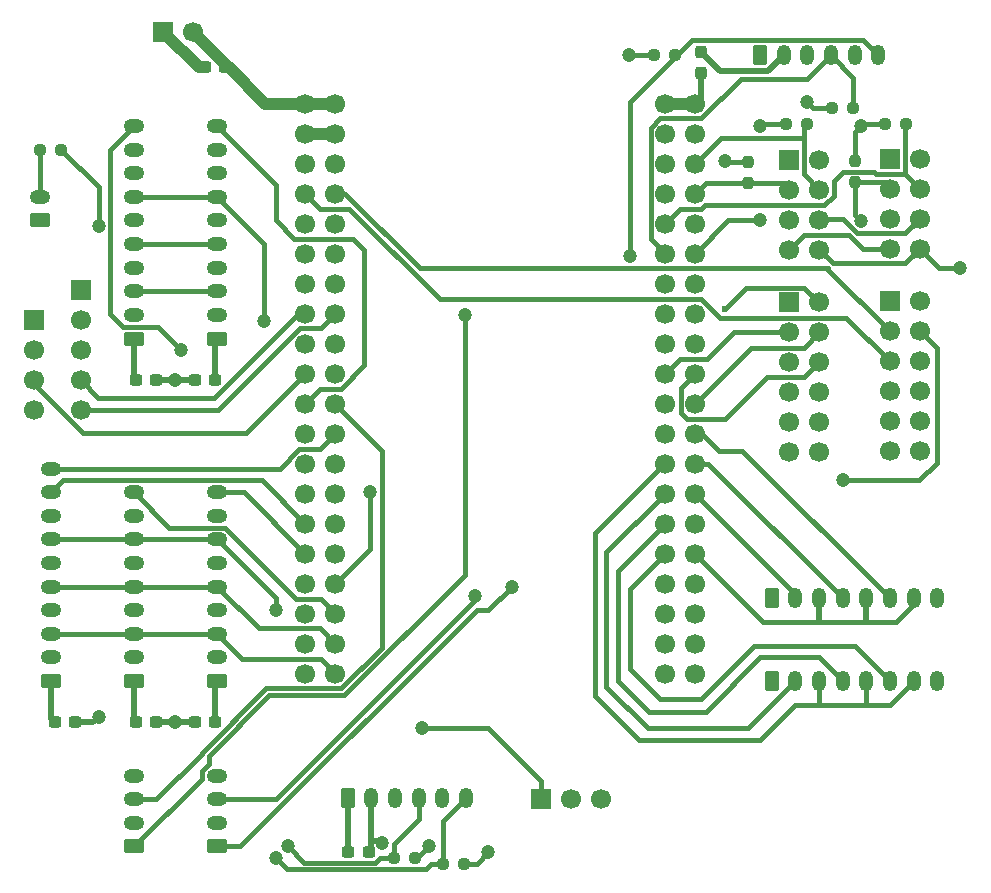
<source format=gbr>
%TF.GenerationSoftware,KiCad,Pcbnew,9.0.2*%
%TF.CreationDate,2025-07-05T12:49:50-04:00*%
%TF.ProjectId,Mainboard H7,4d61696e-626f-4617-9264-2048372e6b69,rev?*%
%TF.SameCoordinates,Original*%
%TF.FileFunction,Copper,L1,Top*%
%TF.FilePolarity,Positive*%
%FSLAX46Y46*%
G04 Gerber Fmt 4.6, Leading zero omitted, Abs format (unit mm)*
G04 Created by KiCad (PCBNEW 9.0.2) date 2025-07-05 12:49:50*
%MOMM*%
%LPD*%
G01*
G04 APERTURE LIST*
G04 Aperture macros list*
%AMRoundRect*
0 Rectangle with rounded corners*
0 $1 Rounding radius*
0 $2 $3 $4 $5 $6 $7 $8 $9 X,Y pos of 4 corners*
0 Add a 4 corners polygon primitive as box body*
4,1,4,$2,$3,$4,$5,$6,$7,$8,$9,$2,$3,0*
0 Add four circle primitives for the rounded corners*
1,1,$1+$1,$2,$3*
1,1,$1+$1,$4,$5*
1,1,$1+$1,$6,$7*
1,1,$1+$1,$8,$9*
0 Add four rect primitives between the rounded corners*
20,1,$1+$1,$2,$3,$4,$5,0*
20,1,$1+$1,$4,$5,$6,$7,0*
20,1,$1+$1,$6,$7,$8,$9,0*
20,1,$1+$1,$8,$9,$2,$3,0*%
G04 Aperture macros list end*
%TA.AperFunction,ComponentPad*%
%ADD10C,1.700000*%
%TD*%
%TA.AperFunction,SMDPad,CuDef*%
%ADD11RoundRect,0.237500X-0.237500X0.250000X-0.237500X-0.250000X0.237500X-0.250000X0.237500X0.250000X0*%
%TD*%
%TA.AperFunction,ComponentPad*%
%ADD12RoundRect,0.250000X0.625000X-0.350000X0.625000X0.350000X-0.625000X0.350000X-0.625000X-0.350000X0*%
%TD*%
%TA.AperFunction,ComponentPad*%
%ADD13O,1.750000X1.200000*%
%TD*%
%TA.AperFunction,ComponentPad*%
%ADD14RoundRect,0.250000X-0.350000X-0.625000X0.350000X-0.625000X0.350000X0.625000X-0.350000X0.625000X0*%
%TD*%
%TA.AperFunction,ComponentPad*%
%ADD15O,1.200000X1.750000*%
%TD*%
%TA.AperFunction,ComponentPad*%
%ADD16R,1.700000X1.700000*%
%TD*%
%TA.AperFunction,SMDPad,CuDef*%
%ADD17RoundRect,0.237500X0.300000X0.237500X-0.300000X0.237500X-0.300000X-0.237500X0.300000X-0.237500X0*%
%TD*%
%TA.AperFunction,SMDPad,CuDef*%
%ADD18RoundRect,0.237500X-0.250000X-0.237500X0.250000X-0.237500X0.250000X0.237500X-0.250000X0.237500X0*%
%TD*%
%TA.AperFunction,SMDPad,CuDef*%
%ADD19RoundRect,0.237500X-0.300000X-0.237500X0.300000X-0.237500X0.300000X0.237500X-0.300000X0.237500X0*%
%TD*%
%TA.AperFunction,SMDPad,CuDef*%
%ADD20RoundRect,0.237500X0.250000X0.237500X-0.250000X0.237500X-0.250000X-0.237500X0.250000X-0.237500X0*%
%TD*%
%TA.AperFunction,SMDPad,CuDef*%
%ADD21RoundRect,0.237500X-0.237500X0.300000X-0.237500X-0.300000X0.237500X-0.300000X0.237500X0.300000X0*%
%TD*%
%TA.AperFunction,ViaPad*%
%ADD22C,1.200000*%
%TD*%
%TA.AperFunction,ViaPad*%
%ADD23C,0.600000*%
%TD*%
%TA.AperFunction,Conductor*%
%ADD24C,0.381000*%
%TD*%
%TA.AperFunction,Conductor*%
%ADD25C,0.508000*%
%TD*%
%TA.AperFunction,Conductor*%
%ADD26C,1.000000*%
%TD*%
G04 APERTURE END LIST*
D10*
%TO.P,U1,L1,5V*%
%TO.N,+5V*%
X133490000Y-69120000D03*
%TO.P,U1,L2,5V*%
X136030000Y-69120000D03*
%TO.P,U1,L3,3V3*%
%TO.N,+3V3*%
X133490000Y-71660000D03*
%TO.P,U1,L4,3V3*%
X136030000Y-71660000D03*
%TO.P,U1,L5,PA11*%
%TO.N,unconnected-(U1A-PA11-PadL5)*%
X133490000Y-74200000D03*
%TO.P,U1,L6,PA12*%
%TO.N,unconnected-(U1A-PA12-PadL6)*%
X136030000Y-74200000D03*
%TO.P,U1,L7,PC7*%
%TO.N,M2_INHB*%
X133490000Y-76740000D03*
%TO.P,U1,L8,PC6*%
%TO.N,M2_INHA*%
X136030000Y-76740000D03*
%TO.P,U1,L9,PA10*%
%TO.N,unconnected-(U1A-PA10-PadL9)*%
X133490000Y-79280000D03*
%TO.P,U1,L10,PA9*%
%TO.N,unconnected-(U1A-PA9-PadL10)*%
X136030000Y-79280000D03*
%TO.P,U1,L11,PC2*%
%TO.N,SPI2_MISO*%
X133490000Y-81820000D03*
%TO.P,U1,L12,PC3*%
%TO.N,ADC1_NCS*%
X136030000Y-81820000D03*
%TO.P,U1,L13,PC0*%
%TO.N,E_STOP*%
X133490000Y-84360000D03*
%TO.P,U1,L14,PC1*%
%TO.N,SPI2_MOSI*%
X136030000Y-84360000D03*
%TO.P,U1,L15,PD0*%
%TO.N,CAN_RX*%
X133490000Y-86900000D03*
%TO.P,U1,L16,PD1*%
%TO.N,CAN_TX*%
X136030000Y-86900000D03*
%TO.P,U1,L17,PD3*%
%TO.N,SPI2_SCK*%
X133490000Y-89440000D03*
%TO.P,U1,L18,PD4*%
%TO.N,ADC1_DRDY*%
X136030000Y-89440000D03*
%TO.P,U1,L19,PD5*%
%TO.N,USART_TX*%
X133490000Y-91980000D03*
%TO.P,U1,L20,PD6*%
%TO.N,USART_RX*%
X136030000Y-91980000D03*
%TO.P,U1,L21,PD7*%
%TO.N,ADC2_DRDY*%
X133490000Y-94520000D03*
%TO.P,U1,L22,PB3*%
%TO.N,E1_B*%
X136030000Y-94520000D03*
%TO.P,U1,L23,PB4*%
%TO.N,unconnected-(U1A-PB4-PadL23)*%
X133490000Y-97060000D03*
%TO.P,U1,L24,PB5*%
%TO.N,AUX_INT*%
X136030000Y-97060000D03*
%TO.P,U1,L25,PB7*%
%TO.N,I2C1_SDA*%
X133490000Y-99600000D03*
%TO.P,U1,L26,PB8*%
%TO.N,I2C1_SCL*%
X136030000Y-99600000D03*
%TO.P,U1,L27,PB9*%
%TO.N,unconnected-(U1A-PB9-PadL27)*%
X133490000Y-102140000D03*
%TO.P,U1,L28,PE0*%
%TO.N,ADC2_NCS*%
X136030000Y-102140000D03*
%TO.P,U1,L29,PE1*%
%TO.N,AUX_NCS*%
X133490000Y-104680000D03*
%TO.P,U1,L30,PA8*%
%TO.N,unconnected-(U1A-PA8-PadL30)*%
X136030000Y-104680000D03*
%TO.P,U1,L31,PE5*%
%TO.N,E2_NCS*%
X133490000Y-107220000D03*
%TO.P,U1,L32,PE6*%
%TO.N,M1_DRIVER_NCS*%
X136030000Y-107220000D03*
%TO.P,U1,L33,PE4*%
%TO.N,M2_DRIVER_EN*%
X133490000Y-109760000D03*
%TO.P,U1,L34,PE3*%
%TO.N,M2_DRIVER_NCS*%
X136030000Y-109760000D03*
%TO.P,U1,L35,PC8*%
%TO.N,M2_INHC*%
X133490000Y-112300000D03*
%TO.P,U1,L36,PC9*%
%TO.N,E1_NCS*%
X136030000Y-112300000D03*
%TO.P,U1,L37,PC10*%
%TO.N,SPI3_SCK*%
X133490000Y-114840000D03*
%TO.P,U1,L38,PC11*%
%TO.N,SPI3_MISO*%
X136030000Y-114840000D03*
%TO.P,U1,L39,PD2*%
%TO.N,PROBE_OUT*%
X133490000Y-117380000D03*
%TO.P,U1,L40,PC12*%
%TO.N,SPI3_MOSI*%
X136030000Y-117380000D03*
%TO.P,U1,R1,GND*%
%TO.N,GND*%
X163970000Y-69120000D03*
%TO.P,U1,R2,GND*%
X166510000Y-69120000D03*
%TO.P,U1,R3,PD14*%
%TO.N,unconnected-(U1B-PD14-PadR3)*%
X163970000Y-71660000D03*
%TO.P,U1,R4,PA15*%
%TO.N,E1_A*%
X166510000Y-71660000D03*
%TO.P,U1,R5,PD9*%
%TO.N,unconnected-(U1B-PD9-PadR5)*%
X163970000Y-74200000D03*
%TO.P,U1,R6,PD10*%
%TO.N,M1_nFAULT*%
X166510000Y-74200000D03*
%TO.P,U1,R7,PB15*%
%TO.N,M2_INLC*%
X163970000Y-76740000D03*
%TO.P,U1,R8,PD8*%
%TO.N,M1_nOCTW*%
X166510000Y-76740000D03*
%TO.P,U1,R9,PB13*%
%TO.N,M2_nFAULT*%
X163970000Y-79280000D03*
%TO.P,U1,R10,PB14*%
%TO.N,unconnected-(U1B-PB14-PadR10)*%
X166510000Y-79280000D03*
%TO.P,U1,R11,PB11*%
%TO.N,I2C2_SDA*%
X163970000Y-81820000D03*
%TO.P,U1,R12,PB12*%
%TO.N,M2_nOCTW*%
X166510000Y-81820000D03*
%TO.P,U1,R13,VBAT*%
%TO.N,unconnected-(U1B-VBAT-PadR13)*%
X163970000Y-84360000D03*
%TO.P,U1,R14,PB10*%
%TO.N,I2C2_SCL*%
X166510000Y-84360000D03*
%TO.P,U1,R15,PE13*%
%TO.N,M1_INHC*%
X163970000Y-86900000D03*
%TO.P,U1,R16,PE14*%
%TO.N,M1_DRIVER_EN*%
X166510000Y-86900000D03*
%TO.P,U1,R17,PE11*%
%TO.N,M1_INHB*%
X163970000Y-89440000D03*
%TO.P,U1,R18,PE12*%
%TO.N,M1_INLC*%
X166510000Y-89440000D03*
%TO.P,U1,R19,PE9*%
%TO.N,M1_INHA*%
X163970000Y-91980000D03*
%TO.P,U1,R20,PE10*%
%TO.N,M1_INLB*%
X166510000Y-91980000D03*
%TO.P,U1,R21,PE7*%
%TO.N,unconnected-(U1B-PE7-PadR21)*%
X163970000Y-94520000D03*
%TO.P,U1,R22,PE8*%
%TO.N,M1_INLA*%
X166510000Y-94520000D03*
%TO.P,U1,R23,PB0*%
%TO.N,M2_INLB*%
X163970000Y-97060000D03*
%TO.P,U1,R24,PB1*%
%TO.N,M2_IOutC*%
X166510000Y-97060000D03*
%TO.P,U1,R25,PC4*%
%TO.N,M1_IRef*%
X163970000Y-99600000D03*
%TO.P,U1,R26,PC5*%
%TO.N,M2_IOutB*%
X166510000Y-99600000D03*
%TO.P,U1,R27,PA6*%
%TO.N,M1_IOutA*%
X163970000Y-102140000D03*
%TO.P,U1,R28,PA7*%
%TO.N,M2_IOutA*%
X166510000Y-102140000D03*
%TO.P,U1,R29,PA4*%
%TO.N,M1_IOutB*%
X163970000Y-104680000D03*
%TO.P,U1,R30,PA5*%
%TO.N,M2_INLA*%
X166510000Y-104680000D03*
%TO.P,U1,R31,PA2*%
%TO.N,M1_IOutC*%
X163970000Y-107220000D03*
%TO.P,U1,R32,PA3*%
%TO.N,M2_IRef*%
X166510000Y-107220000D03*
%TO.P,U1,R33,PA0*%
%TO.N,E2_A*%
X163970000Y-109760000D03*
%TO.P,U1,R34,PA1*%
%TO.N,E2_B*%
X166510000Y-109760000D03*
%TO.P,U1,R35,PB2*%
%TO.N,unconnected-(U1B-PB2-PadR35)*%
X163970000Y-112300000D03*
%TO.P,U1,R36,PD13*%
%TO.N,unconnected-(U1B-PD13-PadR36)*%
X166510000Y-112300000D03*
%TO.P,U1,R37,PB6*%
%TO.N,unconnected-(U1B-PB6-PadR37)*%
X163970000Y-114840000D03*
%TO.P,U1,R38,PD11*%
%TO.N,unconnected-(U1B-PD11-PadR38)*%
X166510000Y-114840000D03*
%TO.P,U1,R39,PE2*%
%TO.N,unconnected-(U1B-PE2-PadR39)*%
X163970000Y-117380000D03*
%TO.P,U1,R40,PD12*%
%TO.N,unconnected-(U1B-PD12-PadR40)*%
X166510000Y-117380000D03*
%TD*%
D11*
%TO.P,R1,2*%
%TO.N,M1_nOCTW*%
X171000000Y-75840000D03*
%TO.P,R1,1*%
%TO.N,+3V3*%
X171000000Y-74015000D03*
%TD*%
D12*
%TO.P,J12,1,Pin_1*%
%TO.N,+3V3*%
X119000000Y-89000000D03*
D13*
%TO.P,J12,2,Pin_2*%
%TO.N,GND*%
X119000000Y-87000000D03*
%TO.P,J12,3,Pin_3*%
%TO.N,SPI2_MOSI*%
X119000000Y-85000000D03*
%TO.P,J12,4,Pin_4*%
%TO.N,GND*%
X119000000Y-83000000D03*
%TO.P,J12,5,Pin_5*%
%TO.N,SPI2_MISO*%
X119000000Y-81000000D03*
%TO.P,J12,6,Pin_6*%
%TO.N,GND*%
X119000000Y-79000000D03*
%TO.P,J12,7,Pin_7*%
%TO.N,SPI2_SCK*%
X119000000Y-77000000D03*
%TO.P,J12,8,Pin_8*%
%TO.N,GND*%
X119000000Y-75000000D03*
%TO.P,J12,9,Pin_9*%
%TO.N,ADC1_NCS*%
X119000000Y-73000000D03*
%TO.P,J12,10,Pin_10*%
%TO.N,ADC1_DRDY*%
X119000000Y-71000000D03*
%TD*%
D14*
%TO.P,J7,1,Pin_1*%
%TO.N,GND*%
X137100195Y-127899805D03*
D15*
%TO.P,J7,2,Pin_2*%
%TO.N,+3V3*%
X139100195Y-127899805D03*
%TO.P,J7,3,Pin_3*%
%TO.N,GND*%
X141100195Y-127899805D03*
%TO.P,J7,4,Pin_4*%
%TO.N,I2C1_SDA*%
X143100195Y-127899805D03*
%TO.P,J7,5,Pin_5*%
%TO.N,GND*%
X145100195Y-127899805D03*
%TO.P,J7,6,Pin_6*%
%TO.N,I2C1_SCL*%
X147100195Y-127899805D03*
%TD*%
D16*
%TO.P,J18,1,Pin_1*%
%TO.N,GND*%
X121460000Y-63000000D03*
D10*
%TO.P,J18,2,Pin_2*%
%TO.N,+5V*%
X124000000Y-63000000D03*
%TD*%
D16*
%TO.P,J17,1,Pin_1*%
%TO.N,unconnected-(J17-Pin_1-Pad1)*%
X110500000Y-87460000D03*
D10*
%TO.P,J17,2,Pin_2*%
%TO.N,GND*%
X110500000Y-90000000D03*
%TO.P,J17,3,Pin_3*%
%TO.N,USART_TX*%
X110500000Y-92540000D03*
%TO.P,J17,4,Pin_4*%
%TO.N,USART_RX*%
X110500000Y-95080000D03*
%TD*%
D17*
%TO.P,C1,1*%
%TO.N,+3V3*%
X138862500Y-132500000D03*
%TO.P,C1,2*%
%TO.N,GND*%
X137137500Y-132500000D03*
%TD*%
D18*
%TO.P,R7,1*%
%TO.N,+3V3*%
X163000000Y-65000000D03*
%TO.P,R7,2*%
%TO.N,I2C2_SCL*%
X164825000Y-65000000D03*
%TD*%
D12*
%TO.P,J9,1,Pin_1*%
%TO.N,+3V3*%
X119000000Y-118000000D03*
D13*
%TO.P,J9,2,Pin_2*%
%TO.N,GND*%
X119000000Y-116000000D03*
%TO.P,J9,3,Pin_3*%
%TO.N,SPI3_MOSI*%
X119000000Y-114000000D03*
%TO.P,J9,4,Pin_4*%
%TO.N,GND*%
X119000000Y-112000000D03*
%TO.P,J9,5,Pin_5*%
%TO.N,SPI3_MISO*%
X119000000Y-110000000D03*
%TO.P,J9,6,Pin_6*%
%TO.N,GND*%
X119000000Y-108000000D03*
%TO.P,J9,7,Pin_7*%
%TO.N,SPI3_SCK*%
X119000000Y-106000000D03*
%TO.P,J9,8,Pin_8*%
%TO.N,GND*%
X119000000Y-104000000D03*
%TO.P,J9,9,Pin_9*%
%TO.N,E1_NCS*%
X119000000Y-102000000D03*
%TD*%
D16*
%TO.P,J6,1,Pin_1*%
%TO.N,unconnected-(J6-Pin_1-Pad1)*%
X183003750Y-85840000D03*
D10*
%TO.P,J6,2,Pin_2*%
%TO.N,M2_DRIVER_EN*%
X185543750Y-85840000D03*
%TO.P,J6,3,Pin_3*%
%TO.N,M2_INHA*%
X183003750Y-88380000D03*
%TO.P,J6,4,Pin_4*%
%TO.N,M2_INLA*%
X185543750Y-88380000D03*
%TO.P,J6,5,Pin_5*%
%TO.N,M2_INHB*%
X183003750Y-90920000D03*
%TO.P,J6,6,Pin_6*%
%TO.N,M2_INLB*%
X185543750Y-90920000D03*
%TO.P,J6,7,Pin_7*%
%TO.N,M2_INHC*%
X183003750Y-93460000D03*
%TO.P,J6,8,Pin_8*%
%TO.N,M2_INLC*%
X185543750Y-93460000D03*
%TO.P,J6,9,Pin_9*%
%TO.N,GND*%
X183003750Y-96000000D03*
%TO.P,J6,10,Pin_10*%
X185543750Y-96000000D03*
%TO.P,J6,11,Pin_11*%
X183003750Y-98540000D03*
%TO.P,J6,12,Pin_12*%
X185543750Y-98540000D03*
%TD*%
D18*
%TO.P,R8,1*%
%TO.N,+3V3*%
X178087500Y-69500000D03*
%TO.P,R8,2*%
%TO.N,I2C2_SDA*%
X179912500Y-69500000D03*
%TD*%
D16*
%TO.P,J3,1,Pin_1*%
%TO.N,GND*%
X174460000Y-73840000D03*
D10*
%TO.P,J3,2,Pin_2*%
%TO.N,unconnected-(J3-Pin_2-Pad2)*%
X177000000Y-73840000D03*
%TO.P,J3,3,Pin_3*%
%TO.N,M1_nOCTW*%
X174460000Y-76380000D03*
%TO.P,J3,4,Pin_4*%
%TO.N,M1_nFAULT*%
X177000000Y-76380000D03*
%TO.P,J3,5,Pin_5*%
%TO.N,M1_DRIVER_NCS*%
X174460000Y-78920000D03*
%TO.P,J3,6,Pin_6*%
%TO.N,SPI3_MOSI*%
X177000000Y-78920000D03*
%TO.P,J3,7,Pin_7*%
%TO.N,SPI3_MISO*%
X174460000Y-81460000D03*
%TO.P,J3,8,Pin_8*%
%TO.N,SPI3_SCK*%
X177000000Y-81460000D03*
%TD*%
D17*
%TO.P,C8,1*%
%TO.N,+5V*%
X126725000Y-66000000D03*
%TO.P,C8,2*%
%TO.N,GND*%
X125000000Y-66000000D03*
%TD*%
D19*
%TO.P,C2,1*%
%TO.N,+3V3*%
X119137500Y-92500000D03*
%TO.P,C2,2*%
%TO.N,GND*%
X120862500Y-92500000D03*
%TD*%
D14*
%TO.P,J15,1,Pin_1*%
%TO.N,GND*%
X173000000Y-111000000D03*
D15*
%TO.P,J15,2,Pin_2*%
%TO.N,M2_IOutA*%
X175000000Y-111000000D03*
%TO.P,J15,3,Pin_3*%
%TO.N,M2_IRef*%
X177000000Y-111000000D03*
%TO.P,J15,4,Pin_4*%
%TO.N,M2_IOutB*%
X179000000Y-111000000D03*
%TO.P,J15,5,Pin_5*%
%TO.N,M2_IRef*%
X181000000Y-111000000D03*
%TO.P,J15,6,Pin_6*%
%TO.N,M2_IOutC*%
X183000000Y-111000000D03*
%TO.P,J15,7,Pin_7*%
%TO.N,M2_IRef*%
X185000000Y-111000000D03*
%TO.P,J15,8,Pin_8*%
%TO.N,GND*%
X187000000Y-111000000D03*
%TD*%
D18*
%TO.P,R4,1*%
%TO.N,+3V3*%
X182543750Y-70840000D03*
%TO.P,R4,2*%
%TO.N,M2_nFAULT*%
X184368750Y-70840000D03*
%TD*%
D14*
%TO.P,J14,1,Pin_1*%
%TO.N,GND*%
X173000000Y-118000000D03*
D15*
%TO.P,J14,2,Pin_2*%
%TO.N,M1_IOutA*%
X175000000Y-118000000D03*
%TO.P,J14,3,Pin_3*%
%TO.N,M1_IRef*%
X177000000Y-118000000D03*
%TO.P,J14,4,Pin_4*%
%TO.N,M1_IOutB*%
X179000000Y-118000000D03*
%TO.P,J14,5,Pin_5*%
%TO.N,M1_IRef*%
X181000000Y-118000000D03*
%TO.P,J14,6,Pin_6*%
%TO.N,M1_IOutC*%
X183000000Y-118000000D03*
%TO.P,J14,7,Pin_7*%
%TO.N,M1_IRef*%
X185000000Y-118000000D03*
%TO.P,J14,8,Pin_8*%
%TO.N,GND*%
X187000000Y-118000000D03*
%TD*%
D16*
%TO.P,J4,1,Pin_1*%
%TO.N,unconnected-(J4-Pin_1-Pad1)*%
X174460000Y-85920000D03*
D10*
%TO.P,J4,2,Pin_2*%
%TO.N,M1_DRIVER_EN*%
X177000000Y-85920000D03*
%TO.P,J4,3,Pin_3*%
%TO.N,M1_INHA*%
X174460000Y-88460000D03*
%TO.P,J4,4,Pin_4*%
%TO.N,M1_INLA*%
X177000000Y-88460000D03*
%TO.P,J4,5,Pin_5*%
%TO.N,M1_INHB*%
X174460000Y-91000000D03*
%TO.P,J4,6,Pin_6*%
%TO.N,M1_INLB*%
X177000000Y-91000000D03*
%TO.P,J4,7,Pin_7*%
%TO.N,M1_INHC*%
X174460000Y-93540000D03*
%TO.P,J4,8,Pin_8*%
%TO.N,M1_INLC*%
X177000000Y-93540000D03*
%TO.P,J4,9,Pin_9*%
%TO.N,GND*%
X174460000Y-96080000D03*
%TO.P,J4,10,Pin_10*%
X177000000Y-96080000D03*
%TO.P,J4,11,Pin_11*%
X174460000Y-98620000D03*
%TO.P,J4,12,Pin_12*%
X177000000Y-98620000D03*
%TD*%
D12*
%TO.P,SW1,1,1*%
%TO.N,GND*%
X111000000Y-79000000D03*
D13*
%TO.P,SW1,2,2*%
%TO.N,Net-(R9-Pad2)*%
X111000000Y-77000000D03*
%TD*%
D20*
%TO.P,R5,1*%
%TO.N,+3V3*%
X146956250Y-133500000D03*
%TO.P,R5,2*%
%TO.N,I2C1_SCL*%
X145131250Y-133500000D03*
%TD*%
D14*
%TO.P,J8,1,Pin_1*%
%TO.N,GND*%
X172000000Y-65000000D03*
D15*
%TO.P,J8,2,Pin_2*%
%TO.N,+3V3*%
X174000000Y-65000000D03*
%TO.P,J8,3,Pin_3*%
%TO.N,GND*%
X176000000Y-65000000D03*
%TO.P,J8,4,Pin_4*%
%TO.N,I2C2_SDA*%
X178000000Y-65000000D03*
%TO.P,J8,5,Pin_5*%
%TO.N,GND*%
X180000000Y-65000000D03*
%TO.P,J8,6,Pin_6*%
%TO.N,I2C2_SCL*%
X182000000Y-65000000D03*
%TD*%
D11*
%TO.P,R3,1*%
%TO.N,+3V3*%
X180000000Y-73927500D03*
%TO.P,R3,2*%
%TO.N,M2_nOCTW*%
X180000000Y-75752500D03*
%TD*%
D17*
%TO.P,C5,1*%
%TO.N,+3V3*%
X125862500Y-121500000D03*
%TO.P,C5,2*%
%TO.N,GND*%
X124137500Y-121500000D03*
%TD*%
D16*
%TO.P,J19,1,Pin_1*%
%TO.N,+3V3*%
X114500000Y-84920000D03*
D10*
%TO.P,J19,2,Pin_2*%
%TO.N,unconnected-(J19-Pin_2-Pad2)*%
X114500000Y-87460000D03*
%TO.P,J19,3,Pin_3*%
%TO.N,GND*%
X114500000Y-90000000D03*
%TO.P,J19,4,Pin_4*%
%TO.N,CAN_RX*%
X114500000Y-92540000D03*
%TO.P,J19,5,Pin_5*%
%TO.N,CAN_TX*%
X114500000Y-95080000D03*
%TD*%
D12*
%TO.P,J2,1,Pin_1*%
%TO.N,E1_A*%
X119000000Y-132000000D03*
D13*
%TO.P,J2,2,Pin_2*%
%TO.N,GND*%
X119000000Y-130000000D03*
%TO.P,J2,3,Pin_3*%
%TO.N,E1_B*%
X119000000Y-128000000D03*
%TO.P,J2,4,Pin_4*%
%TO.N,GND*%
X119000000Y-126000000D03*
%TD*%
D20*
%TO.P,R6,1*%
%TO.N,+3V3*%
X142825000Y-133000000D03*
%TO.P,R6,2*%
%TO.N,I2C1_SDA*%
X141000000Y-133000000D03*
%TD*%
D12*
%TO.P,J13,1,Pin_1*%
%TO.N,+3V3*%
X112000000Y-118000000D03*
D13*
%TO.P,J13,2,Pin_2*%
%TO.N,GND*%
X112000000Y-116000000D03*
%TO.P,J13,3,Pin_3*%
%TO.N,SPI3_MOSI*%
X112000000Y-114000000D03*
%TO.P,J13,4,Pin_4*%
%TO.N,GND*%
X112000000Y-112000000D03*
%TO.P,J13,5,Pin_5*%
%TO.N,SPI3_MISO*%
X112000000Y-110000000D03*
%TO.P,J13,6,Pin_6*%
%TO.N,GND*%
X112000000Y-108000000D03*
%TO.P,J13,7,Pin_7*%
%TO.N,SPI3_SCK*%
X112000000Y-106000000D03*
%TO.P,J13,8,Pin_8*%
%TO.N,GND*%
X112000000Y-104000000D03*
%TO.P,J13,9,Pin_9*%
%TO.N,AUX_NCS*%
X112000000Y-102000000D03*
%TO.P,J13,10,Pin_10*%
%TO.N,AUX_INT*%
X112000000Y-100000000D03*
%TD*%
D21*
%TO.P,C3,1*%
%TO.N,+3V3*%
X167000000Y-64775000D03*
%TO.P,C3,2*%
%TO.N,GND*%
X167000000Y-66500000D03*
%TD*%
D12*
%TO.P,J11,1,Pin_1*%
%TO.N,+3V3*%
X126000000Y-89000000D03*
D13*
%TO.P,J11,2,Pin_2*%
%TO.N,GND*%
X126000000Y-87000000D03*
%TO.P,J11,3,Pin_3*%
%TO.N,SPI2_MOSI*%
X126000000Y-85000000D03*
%TO.P,J11,4,Pin_4*%
%TO.N,GND*%
X126000000Y-83000000D03*
%TO.P,J11,5,Pin_5*%
%TO.N,SPI2_MISO*%
X126000000Y-81000000D03*
%TO.P,J11,6,Pin_6*%
%TO.N,GND*%
X126000000Y-79000000D03*
%TO.P,J11,7,Pin_7*%
%TO.N,SPI2_SCK*%
X126000000Y-77000000D03*
%TO.P,J11,8,Pin_8*%
%TO.N,GND*%
X126000000Y-75000000D03*
%TO.P,J11,9,Pin_9*%
%TO.N,ADC2_NCS*%
X126000000Y-73000000D03*
%TO.P,J11,10,Pin_10*%
%TO.N,ADC2_DRDY*%
X126000000Y-71000000D03*
%TD*%
D16*
%TO.P,J16,1,Pin_1*%
%TO.N,PROBE_OUT*%
X153460000Y-128000000D03*
D10*
%TO.P,J16,2,Pin_2*%
%TO.N,+3V3*%
X156000000Y-128000000D03*
%TO.P,J16,3,Pin_3*%
%TO.N,GND*%
X158540000Y-128000000D03*
%TD*%
D19*
%TO.P,C7,1*%
%TO.N,+3V3*%
X112275000Y-121500000D03*
%TO.P,C7,2*%
%TO.N,GND*%
X114000000Y-121500000D03*
%TD*%
D18*
%TO.P,R2,1*%
%TO.N,+3V3*%
X174175000Y-70840000D03*
%TO.P,R2,2*%
%TO.N,M1_nFAULT*%
X176000000Y-70840000D03*
%TD*%
D17*
%TO.P,C6,1*%
%TO.N,+3V3*%
X125862500Y-92500000D03*
%TO.P,C6,2*%
%TO.N,GND*%
X124137500Y-92500000D03*
%TD*%
D19*
%TO.P,C4,1*%
%TO.N,+3V3*%
X119137500Y-121500000D03*
%TO.P,C4,2*%
%TO.N,GND*%
X120862500Y-121500000D03*
%TD*%
D12*
%TO.P,J10,1,Pin_1*%
%TO.N,E2_A*%
X126000000Y-132000000D03*
D13*
%TO.P,J10,2,Pin_2*%
%TO.N,GND*%
X126000000Y-130000000D03*
%TO.P,J10,3,Pin_3*%
%TO.N,E2_B*%
X126000000Y-128000000D03*
%TO.P,J10,4,Pin_4*%
%TO.N,GND*%
X126000000Y-126000000D03*
%TD*%
D12*
%TO.P,J1,1,Pin_1*%
%TO.N,+3V3*%
X126000000Y-118000000D03*
D13*
%TO.P,J1,2,Pin_2*%
%TO.N,GND*%
X126000000Y-116000000D03*
%TO.P,J1,3,Pin_3*%
%TO.N,SPI3_MOSI*%
X126000000Y-114000000D03*
%TO.P,J1,4,Pin_4*%
%TO.N,GND*%
X126000000Y-112000000D03*
%TO.P,J1,5,Pin_5*%
%TO.N,SPI3_MISO*%
X126000000Y-110000000D03*
%TO.P,J1,6,Pin_6*%
%TO.N,GND*%
X126000000Y-108000000D03*
%TO.P,J1,7,Pin_7*%
%TO.N,SPI3_SCK*%
X126000000Y-106000000D03*
%TO.P,J1,8,Pin_8*%
%TO.N,GND*%
X126000000Y-104000000D03*
%TO.P,J1,9,Pin_9*%
%TO.N,E2_NCS*%
X126000000Y-102000000D03*
%TD*%
D20*
%TO.P,R9,1*%
%TO.N,E_STOP*%
X112825000Y-73000000D03*
%TO.P,R9,2*%
%TO.N,Net-(R9-Pad2)*%
X111000000Y-73000000D03*
%TD*%
D16*
%TO.P,J5,1,Pin_1*%
%TO.N,GND*%
X183003750Y-73760000D03*
D10*
%TO.P,J5,2,Pin_2*%
%TO.N,unconnected-(J5-Pin_2-Pad2)*%
X185543750Y-73760000D03*
%TO.P,J5,3,Pin_3*%
%TO.N,M2_nOCTW*%
X183003750Y-76300000D03*
%TO.P,J5,4,Pin_4*%
%TO.N,M2_nFAULT*%
X185543750Y-76300000D03*
%TO.P,J5,5,Pin_5*%
%TO.N,M2_DRIVER_NCS*%
X183003750Y-78840000D03*
%TO.P,J5,6,Pin_6*%
%TO.N,SPI3_MOSI*%
X185543750Y-78840000D03*
%TO.P,J5,7,Pin_7*%
%TO.N,SPI3_MISO*%
X183003750Y-81380000D03*
%TO.P,J5,8,Pin_8*%
%TO.N,SPI3_SCK*%
X185543750Y-81380000D03*
%TD*%
D22*
%TO.N,+3V3*%
X169000000Y-74000000D03*
X176000000Y-69000000D03*
X172000000Y-71000000D03*
X140012031Y-131725348D03*
X180543750Y-71000000D03*
X160912500Y-65000000D03*
X144000000Y-132000000D03*
X149000000Y-132500000D03*
%TO.N,GND*%
X116000000Y-121000000D03*
X122500000Y-92500000D03*
X122500000Y-121500000D03*
%TO.N,SPI3_SCK*%
X131000000Y-112000000D03*
X188939750Y-83000000D03*
%TO.N,E1_A*%
X147000000Y-87000000D03*
D23*
%TO.N,M1_DRIVER_EN*%
X169000000Y-86528000D03*
D22*
%TO.N,M2_DRIVER_NCS*%
X139000000Y-102000000D03*
%TO.N,M2_nOCTW*%
X172000000Y-79000000D03*
X180575890Y-79015110D03*
%TO.N,M2_INLA*%
X179000000Y-101000000D03*
%TO.N,I2C1_SCL*%
X131000000Y-133000000D03*
%TO.N,I2C1_SDA*%
X132000000Y-132000000D03*
%TO.N,I2C2_SCL*%
X161000000Y-82000000D03*
%TO.N,E2_A*%
X151000000Y-110011000D03*
%TO.N,E2_B*%
X147840193Y-110777494D03*
%TO.N,SPI2_SCK*%
X130000000Y-87500000D03*
%TO.N,ADC1_DRDY*%
X123000000Y-90000000D03*
%TO.N,PROBE_OUT*%
X143400003Y-122000000D03*
%TO.N,E_STOP*%
X116000000Y-79500000D03*
%TD*%
D24*
%TO.N,M1_IOutB*%
X167418000Y-120582000D02*
X162587356Y-120582000D01*
X160000000Y-117994644D02*
X160000000Y-108650000D01*
X172000000Y-116000000D02*
X167418000Y-120582000D01*
X177000000Y-116000000D02*
X172000000Y-116000000D01*
X162587356Y-120582000D02*
X160000000Y-117994644D01*
X179000000Y-118000000D02*
X177000000Y-116000000D01*
X160000000Y-108650000D02*
X163970000Y-104680000D01*
%TO.N,M1_IOutC*%
X161000000Y-110190000D02*
X163970000Y-107220000D01*
X166998661Y-119500000D02*
X163500000Y-119500000D01*
X180000000Y-115000000D02*
X171498661Y-115000000D01*
X163500000Y-119500000D02*
X161000000Y-117000000D01*
X161000000Y-117000000D02*
X161000000Y-110190000D01*
X183000000Y-118000000D02*
X180000000Y-115000000D01*
X171498661Y-115000000D02*
X166998661Y-119500000D01*
%TO.N,M2_IRef*%
X185000000Y-111500000D02*
X185000000Y-111000000D01*
X183500000Y-113000000D02*
X185000000Y-111500000D01*
X181000000Y-113000000D02*
X183500000Y-113000000D01*
D25*
X177000000Y-111000000D02*
X177000000Y-113000000D01*
D24*
X177000000Y-113000000D02*
X181000000Y-113000000D01*
D25*
X181000000Y-111000000D02*
X181000000Y-113000000D01*
D24*
X172290000Y-113000000D02*
X177000000Y-113000000D01*
X166510000Y-107220000D02*
X172290000Y-113000000D01*
%TO.N,M1_INLB*%
X175758500Y-92241500D02*
X172577000Y-92241500D01*
X177000000Y-91000000D02*
X175758500Y-92241500D01*
X172577000Y-92241500D02*
X169000000Y-95818500D01*
D25*
%TO.N,+3V3*%
X168579500Y-66354500D02*
X167000000Y-64775000D01*
X172645500Y-66354500D02*
X168579500Y-66354500D01*
X174000000Y-65000000D02*
X172645500Y-66354500D01*
%TO.N,GND*%
X167000000Y-68630000D02*
X166510000Y-69120000D01*
X167000000Y-66500000D02*
X167000000Y-68630000D01*
%TO.N,+3V3*%
X139100195Y-127899805D02*
X139100195Y-131500000D01*
D24*
X172160000Y-70840000D02*
X172000000Y-71000000D01*
X143000000Y-133000000D02*
X144000000Y-132000000D01*
D25*
X125862500Y-118137500D02*
X126000000Y-118000000D01*
D24*
X148000000Y-133500000D02*
X149000000Y-132500000D01*
X142825000Y-133000000D02*
X143000000Y-133000000D01*
D25*
X125862500Y-89137500D02*
X126000000Y-89000000D01*
D24*
X174175000Y-70840000D02*
X172160000Y-70840000D01*
D26*
X133490000Y-71660000D02*
X136030000Y-71660000D01*
D24*
X180543750Y-71000000D02*
X180703750Y-70840000D01*
D25*
X139100195Y-131500000D02*
X139786683Y-131500000D01*
X119000000Y-118000000D02*
X119000000Y-121362500D01*
X139786683Y-131500000D02*
X140012031Y-131725348D01*
X119000000Y-121362500D02*
X119137500Y-121500000D01*
X138825195Y-127624805D02*
X139100195Y-127899805D01*
D24*
X163000000Y-65000000D02*
X160912500Y-65000000D01*
D25*
X119000000Y-89000000D02*
X119000000Y-92362500D01*
X112000000Y-121225000D02*
X112275000Y-121500000D01*
D24*
X180703750Y-70840000D02*
X182543750Y-70840000D01*
X178087500Y-69500000D02*
X176500000Y-69500000D01*
D25*
X139100195Y-132262305D02*
X138862500Y-132500000D01*
X125862500Y-92500000D02*
X125862500Y-89137500D01*
D24*
X176500000Y-69500000D02*
X176000000Y-69000000D01*
X146956250Y-133500000D02*
X148000000Y-133500000D01*
D25*
X125862500Y-121500000D02*
X125862500Y-118137500D01*
X112000000Y-118000000D02*
X112000000Y-121225000D01*
D24*
X180000000Y-71543750D02*
X180543750Y-71000000D01*
D25*
X139100195Y-131500000D02*
X139100195Y-132262305D01*
X119000000Y-92362500D02*
X119137500Y-92500000D01*
%TO.N,GND*%
X115500000Y-121500000D02*
X116000000Y-121000000D01*
D26*
X166510000Y-69120000D02*
X163970000Y-69120000D01*
D25*
X114000000Y-121500000D02*
X115500000Y-121500000D01*
X122500000Y-121500000D02*
X124137500Y-121500000D01*
D26*
X125000000Y-66000000D02*
X124460000Y-66000000D01*
D25*
X137100195Y-127899805D02*
X137100195Y-132462695D01*
D26*
X124460000Y-66000000D02*
X121460000Y-63000000D01*
D25*
X122500000Y-92500000D02*
X124137500Y-92500000D01*
X137100195Y-132462695D02*
X137137500Y-132500000D01*
X120862500Y-121500000D02*
X122500000Y-121500000D01*
X120862500Y-92500000D02*
X122500000Y-92500000D01*
D24*
%TO.N,SPI3_MISO*%
X179555428Y-80218500D02*
X180716928Y-81380000D01*
X119000000Y-110000000D02*
X126000000Y-110000000D01*
X126000000Y-110000000D02*
X129541500Y-113541500D01*
X112000000Y-110000000D02*
X119000000Y-110000000D01*
X174460000Y-81460000D02*
X175701500Y-80218500D01*
X180716928Y-81380000D02*
X183003750Y-81380000D01*
X175701500Y-80218500D02*
X179555428Y-80218500D01*
X129541500Y-113541500D02*
X134731500Y-113541500D01*
X134731500Y-113541500D02*
X136030000Y-114840000D01*
%TO.N,E2_NCS*%
X126000000Y-102000000D02*
X128270000Y-102000000D01*
X128270000Y-102000000D02*
X133490000Y-107220000D01*
%TO.N,SPI3_SCK*%
X184302250Y-82621500D02*
X178161500Y-82621500D01*
X187163750Y-83000000D02*
X185543750Y-81380000D01*
X112000000Y-106000000D02*
X119000000Y-106000000D01*
X126000000Y-106000000D02*
X131000000Y-111000000D01*
X119000000Y-106000000D02*
X126000000Y-106000000D01*
X131000000Y-111000000D02*
X131000000Y-112000000D01*
X177000000Y-81460000D02*
X178161500Y-82621500D01*
X184302250Y-82621500D02*
X185543750Y-81380000D01*
X188939750Y-83000000D02*
X187163750Y-83000000D01*
%TO.N,SPI3_MOSI*%
X184302250Y-80081500D02*
X185543750Y-78840000D01*
X177000000Y-78920000D02*
X177080000Y-78840000D01*
X112000000Y-114000000D02*
X119000000Y-114000000D01*
X179000000Y-78840000D02*
X180241500Y-80081500D01*
X119000000Y-114000000D02*
X126000000Y-114000000D01*
X177080000Y-78840000D02*
X179000000Y-78840000D01*
X128138500Y-116138500D02*
X134788500Y-116138500D01*
X134788500Y-116138500D02*
X136030000Y-117380000D01*
X180241500Y-80081500D02*
X184302250Y-80081500D01*
X126000000Y-114000000D02*
X128138500Y-116138500D01*
%TO.N,E1_A*%
X125314307Y-124304887D02*
X130415694Y-119203500D01*
X147000000Y-108988819D02*
X147000000Y-87000000D01*
X130415694Y-119203500D02*
X136785319Y-119203500D01*
X136785319Y-119203500D02*
X147000000Y-108988819D01*
X124733500Y-126266501D02*
X124733500Y-125589307D01*
X124733500Y-125589307D02*
X125314307Y-125008500D01*
X119000000Y-132000000D02*
X124733500Y-126266501D01*
X125314307Y-125008500D02*
X125314307Y-124304887D01*
%TO.N,E1_B*%
X139991500Y-98481500D02*
X136030000Y-94520000D01*
X139991500Y-115174247D02*
X139991500Y-98481500D01*
X130174622Y-118621500D02*
X136544247Y-118621500D01*
X124732307Y-124063815D02*
X130174622Y-118621500D01*
X136544247Y-118621500D02*
X139991500Y-115174247D01*
X124732307Y-124165754D02*
X124732307Y-124063815D01*
X120898061Y-128000000D02*
X124732307Y-124165754D01*
X119000000Y-128000000D02*
X120898061Y-128000000D01*
%TO.N,M1_nFAULT*%
X175701500Y-75081500D02*
X175701500Y-72000000D01*
X168710000Y-72000000D02*
X166510000Y-74200000D01*
X177000000Y-76380000D02*
X175701500Y-75081500D01*
X175701500Y-71138500D02*
X176000000Y-70840000D01*
X175701500Y-72000000D02*
X168710000Y-72000000D01*
X175701500Y-72000000D02*
X175701500Y-71138500D01*
%TO.N,M1_nOCTW*%
X171000000Y-75840000D02*
X167410000Y-75840000D01*
X167410000Y-75840000D02*
X166510000Y-76740000D01*
X171000000Y-75840000D02*
X173920000Y-75840000D01*
X173920000Y-75840000D02*
X174460000Y-76380000D01*
%TO.N,M1_DRIVER_EN*%
X170849500Y-84678500D02*
X169000000Y-86528000D01*
X177000000Y-85920000D02*
X175758500Y-84678500D01*
X175758500Y-84678500D02*
X170849500Y-84678500D01*
%TO.N,M1_INHA*%
X169825747Y-88460000D02*
X167547247Y-90738500D01*
X165211500Y-90738500D02*
X163970000Y-91980000D01*
X167547247Y-90738500D02*
X165211500Y-90738500D01*
X174460000Y-88460000D02*
X169825747Y-88460000D01*
%TO.N,M1_INLA*%
X171271500Y-89758500D02*
X175701500Y-89758500D01*
X175701500Y-89758500D02*
X177000000Y-88460000D01*
X166510000Y-94520000D02*
X171271500Y-89758500D01*
%TO.N,M2_DRIVER_NCS*%
X139000000Y-106790000D02*
X136030000Y-109760000D01*
X139000000Y-102000000D02*
X139000000Y-106790000D01*
%TO.N,M2_nFAULT*%
X181819250Y-75058500D02*
X184302250Y-75058500D01*
X179000000Y-74873500D02*
X181634250Y-74873500D01*
X184302250Y-70906500D02*
X184302250Y-75058500D01*
X165211500Y-78038500D02*
X167024247Y-78038500D01*
X184302250Y-75058500D02*
X185543750Y-76300000D01*
X184368750Y-70840000D02*
X184302250Y-70906500D01*
X167384247Y-77678500D02*
X177457247Y-77678500D01*
X178241500Y-75632000D02*
X179000000Y-74873500D01*
X163970000Y-79280000D02*
X165211500Y-78038500D01*
X184245250Y-70963500D02*
X184368750Y-70840000D01*
X177457247Y-77678500D02*
X178241500Y-76894247D01*
X167024247Y-78038500D02*
X167384247Y-77678500D01*
X181634250Y-74873500D02*
X181819250Y-75058500D01*
X178241500Y-76894247D02*
X178241500Y-75632000D01*
%TO.N,M2_nOCTW*%
X180000000Y-75752500D02*
X182456250Y-75752500D01*
X180068258Y-78507478D02*
X180068258Y-75820758D01*
X172000000Y-79000000D02*
X169330000Y-79000000D01*
X169330000Y-79000000D02*
X166510000Y-81820000D01*
X180575890Y-79015110D02*
X180068258Y-78507478D01*
X182456250Y-75752500D02*
X183003750Y-76300000D01*
X180068258Y-75820758D02*
X180000000Y-75752500D01*
%TO.N,M2_INHA*%
X143206500Y-83061500D02*
X136885000Y-76740000D01*
X177778428Y-83154678D02*
X183003750Y-88380000D01*
X177778428Y-83061500D02*
X143206500Y-83061500D01*
X177778428Y-83061500D02*
X177778428Y-83154678D01*
X136885000Y-76740000D02*
X136030000Y-76740000D01*
%TO.N,M2_INHB*%
X167024247Y-85658500D02*
X168584247Y-87218500D01*
X168584247Y-87218500D02*
X179302250Y-87218500D01*
X137233464Y-78000000D02*
X144891964Y-85658500D01*
X133490000Y-76740000D02*
X134750000Y-78000000D01*
X144891964Y-85658500D02*
X167024247Y-85658500D01*
X179302250Y-87218500D02*
X183003750Y-90920000D01*
X134750000Y-78000000D02*
X137233464Y-78000000D01*
%TO.N,I2C1_SCL*%
X145131250Y-129868750D02*
X147100195Y-127899805D01*
X131948500Y-133948500D02*
X143682750Y-133948500D01*
X144131250Y-133500000D02*
X145131250Y-133500000D01*
X143682750Y-133948500D02*
X144131250Y-133500000D01*
X145131250Y-133500000D02*
X145131250Y-129868750D01*
X131000000Y-133000000D02*
X131948500Y-133948500D01*
%TO.N,I2C1_SDA*%
X141000000Y-133000000D02*
X141000000Y-131796122D01*
X139429622Y-133366500D02*
X139796122Y-133000000D01*
X132000000Y-132000000D02*
X133366500Y-133366500D01*
X141000000Y-131796122D02*
X143100195Y-129695927D01*
X133366500Y-133366500D02*
X139429622Y-133366500D01*
X139796122Y-133000000D02*
X141000000Y-133000000D01*
X143100195Y-129695927D02*
X143100195Y-127899805D01*
%TO.N,I2C2_SCL*%
X166266500Y-63733500D02*
X161000000Y-69000000D01*
X182000000Y-65000000D02*
X180733500Y-63733500D01*
X161000000Y-69000000D02*
X161000000Y-82000000D01*
X180733500Y-63733500D02*
X166266500Y-63733500D01*
%TO.N,I2C2_SDA*%
X170385747Y-67000000D02*
X167024247Y-70361500D01*
X179912500Y-66912500D02*
X178000000Y-65000000D01*
X162728500Y-80578500D02*
X163970000Y-81820000D01*
X179912500Y-69500000D02*
X179912500Y-66912500D01*
X178000000Y-65000000D02*
X176000000Y-67000000D01*
X163512753Y-70361500D02*
X162728500Y-71145753D01*
X162728500Y-71145753D02*
X162728500Y-80578500D01*
X167024247Y-70361500D02*
X163512753Y-70361500D01*
X176000000Y-67000000D02*
X170385747Y-67000000D01*
%TO.N,E1_NCS*%
X132735693Y-111058500D02*
X134788500Y-111058500D01*
X134788500Y-111058500D02*
X136030000Y-112300000D01*
X119000000Y-102000000D02*
X122000000Y-105000000D01*
X122000000Y-105000000D02*
X126677193Y-105000000D01*
X126677193Y-105000000D02*
X132735693Y-111058500D01*
%TO.N,E2_A*%
X128000000Y-132000000D02*
X126000000Y-132000000D01*
X148000000Y-112000000D02*
X128000000Y-132000000D01*
X148000000Y-112000000D02*
X149011000Y-112000000D01*
X149011000Y-112000000D02*
X151000000Y-110011000D01*
%TO.N,E2_B*%
X148000000Y-110937301D02*
X148000000Y-111000000D01*
X147840193Y-110777494D02*
X148000000Y-110937301D01*
X148000000Y-111000000D02*
X131000000Y-128000000D01*
X131000000Y-128000000D02*
X126000000Y-128000000D01*
%TO.N,SPI2_SCK*%
X126000000Y-77000000D02*
X130000000Y-81000000D01*
X126000000Y-77000000D02*
X119000000Y-77000000D01*
X130000000Y-81000000D02*
X130000000Y-87500000D01*
%TO.N,SPI2_MOSI*%
X126000000Y-85000000D02*
X119000000Y-85000000D01*
%TO.N,ADC2_DRDY*%
X126000000Y-71000000D02*
X131000000Y-76000000D01*
X138500000Y-81500000D02*
X138500000Y-91265747D01*
X137578500Y-80578500D02*
X138500000Y-81500000D01*
X131000000Y-79000000D02*
X132578500Y-80578500D01*
X136487247Y-93278500D02*
X134731500Y-93278500D01*
X138500000Y-91265747D02*
X136487247Y-93278500D01*
X131000000Y-76000000D02*
X131000000Y-79000000D01*
X134731500Y-93278500D02*
X133490000Y-94520000D01*
X132578500Y-80578500D02*
X137578500Y-80578500D01*
%TO.N,SPI2_MISO*%
X119000000Y-81000000D02*
X126000000Y-81000000D01*
%TO.N,ADC1_DRDY*%
X117000000Y-86906144D02*
X117000000Y-73000000D01*
X121008500Y-88008500D02*
X118102356Y-88008500D01*
X118102356Y-88008500D02*
X117000000Y-86906144D01*
X123000000Y-90000000D02*
X121008500Y-88008500D01*
X117000000Y-73000000D02*
X119000000Y-71000000D01*
%TO.N,AUX_NCS*%
X112000000Y-102000000D02*
X112991500Y-101008500D01*
X129818500Y-101008500D02*
X133490000Y-104680000D01*
X112991500Y-101008500D02*
X129818500Y-101008500D01*
%TO.N,AUX_INT*%
X134731500Y-98358500D02*
X136030000Y-97060000D01*
X132975753Y-98358500D02*
X134731500Y-98358500D01*
X112000000Y-100000000D02*
X131334253Y-100000000D01*
X131334253Y-100000000D02*
X132975753Y-98358500D01*
%TO.N,M1_IRef*%
X177000000Y-118000000D02*
X177000000Y-120000000D01*
X181000000Y-118000000D02*
X181000000Y-120000000D01*
X175000000Y-120000000D02*
X177000000Y-120000000D01*
X163970000Y-99600000D02*
X163900000Y-99600000D01*
X158000000Y-105500000D02*
X158000000Y-119250000D01*
X181000000Y-120000000D02*
X183000000Y-120000000D01*
X161750000Y-123000000D02*
X172000000Y-123000000D01*
X172000000Y-123000000D02*
X175000000Y-120000000D01*
X158000000Y-119250000D02*
X161750000Y-123000000D01*
X163900000Y-99600000D02*
X158000000Y-105500000D01*
X177000000Y-120000000D02*
X181000000Y-120000000D01*
X183000000Y-120000000D02*
X185000000Y-118000000D01*
%TO.N,M1_IOutA*%
X159000000Y-118500000D02*
X162500000Y-122000000D01*
X163970000Y-102140000D02*
X159000000Y-107110000D01*
X162500000Y-122000000D02*
X171000000Y-122000000D01*
X171000000Y-122000000D02*
X175000000Y-118000000D01*
X159000000Y-107110000D02*
X159000000Y-118500000D01*
%TO.N,M2_IOutA*%
X175000000Y-110630000D02*
X166510000Y-102140000D01*
X175000000Y-111000000D02*
X175000000Y-110630000D01*
%TO.N,M2_IOutC*%
X167060000Y-97060000D02*
X166510000Y-97060000D01*
X170500000Y-98500000D02*
X168500000Y-98500000D01*
X183000000Y-111000000D02*
X170500000Y-98500000D01*
X168500000Y-98500000D02*
X167060000Y-97060000D01*
%TO.N,M2_IOutB*%
X167600000Y-99600000D02*
X166510000Y-99600000D01*
X179000000Y-111000000D02*
X167600000Y-99600000D01*
%TO.N,PROBE_OUT*%
X149000000Y-122000000D02*
X153460000Y-126460000D01*
X143400003Y-122000000D02*
X149000000Y-122000000D01*
X153460000Y-126460000D02*
X153460000Y-128000000D01*
%TO.N,USART_TX*%
X118000000Y-97000000D02*
X114664253Y-97000000D01*
X110500000Y-92835747D02*
X110500000Y-92540000D01*
X118000000Y-97000000D02*
X128470000Y-97000000D01*
X128470000Y-97000000D02*
X133490000Y-91980000D01*
X114664253Y-97000000D02*
X110500000Y-92835747D01*
%TO.N,E_STOP*%
X116000000Y-76175000D02*
X112825000Y-73000000D01*
X133130000Y-84000000D02*
X133490000Y-84360000D01*
X116000000Y-79500000D02*
X116000000Y-76175000D01*
%TO.N,Net-(R9-Pad2)*%
X111000000Y-73000000D02*
X111000000Y-77000000D01*
%TO.N,CAN_TX*%
X133032753Y-88141500D02*
X134788500Y-88141500D01*
X134788500Y-88141500D02*
X136030000Y-86900000D01*
X126094253Y-95080000D02*
X133032753Y-88141500D01*
X126094253Y-95080000D02*
X114500000Y-95080000D01*
%TO.N,CAN_RX*%
X133490000Y-86900000D02*
X132896122Y-86900000D01*
X115960000Y-94000000D02*
X114500000Y-92540000D01*
X132896122Y-86900000D02*
X125796122Y-94000000D01*
X125796122Y-94000000D02*
X115960000Y-94000000D01*
D26*
%TO.N,+5V*%
X126725000Y-66000000D02*
X126725000Y-65725000D01*
X126725000Y-65725000D02*
X124000000Y-63000000D01*
X130120000Y-69120000D02*
X127000000Y-66000000D01*
X130120000Y-69120000D02*
X133490000Y-69120000D01*
X127000000Y-66000000D02*
X126725000Y-66000000D01*
X133490000Y-69120000D02*
X136030000Y-69120000D01*
D24*
%TO.N,+3V3*%
X180000000Y-71543750D02*
X180000000Y-73927500D01*
X171000000Y-74015000D02*
X169015000Y-74015000D01*
X169015000Y-74015000D02*
X169000000Y-74000000D01*
%TO.N,M1_INLB*%
X165818500Y-95818500D02*
X169000000Y-95818500D01*
X165268500Y-95268500D02*
X165818500Y-95818500D01*
X165268500Y-93221500D02*
X165268500Y-95268500D01*
X166510000Y-91980000D02*
X165268500Y-93221500D01*
%TO.N,M2_INLA*%
X187000000Y-99500000D02*
X185500000Y-101000000D01*
X187000000Y-89836250D02*
X187000000Y-99500000D01*
X185500000Y-101000000D02*
X179000000Y-101000000D01*
X185543750Y-88380000D02*
X187000000Y-89836250D01*
%TD*%
M02*

</source>
